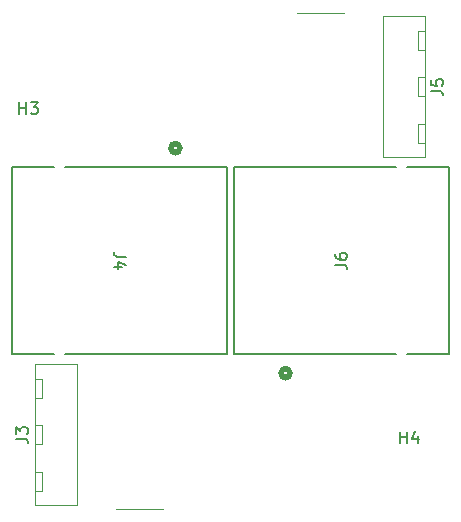
<source format=gbr>
%TF.GenerationSoftware,KiCad,Pcbnew,9.0.0*%
%TF.CreationDate,2025-03-17T17:34:53-07:00*%
%TF.ProjectId,Motor_Joint_Splitter,4d6f746f-725f-44a6-9f69-6e745f53706c,rev?*%
%TF.SameCoordinates,Original*%
%TF.FileFunction,Legend,Top*%
%TF.FilePolarity,Positive*%
%FSLAX46Y46*%
G04 Gerber Fmt 4.6, Leading zero omitted, Abs format (unit mm)*
G04 Created by KiCad (PCBNEW 9.0.0) date 2025-03-17 17:34:53*
%MOMM*%
%LPD*%
G01*
G04 APERTURE LIST*
%ADD10C,0.150000*%
%ADD11C,0.120000*%
%ADD12C,0.152400*%
%ADD13C,0.508000*%
G04 APERTURE END LIST*
D10*
X183238095Y-97604819D02*
X183238095Y-96604819D01*
X183238095Y-97081009D02*
X183809523Y-97081009D01*
X183809523Y-97604819D02*
X183809523Y-96604819D01*
X184714285Y-96938152D02*
X184714285Y-97604819D01*
X184476190Y-96557200D02*
X184238095Y-97271485D01*
X184238095Y-97271485D02*
X184857142Y-97271485D01*
X150988095Y-69704819D02*
X150988095Y-68704819D01*
X150988095Y-69181009D02*
X151559523Y-69181009D01*
X151559523Y-69704819D02*
X151559523Y-68704819D01*
X151940476Y-68704819D02*
X152559523Y-68704819D01*
X152559523Y-68704819D02*
X152226190Y-69085771D01*
X152226190Y-69085771D02*
X152369047Y-69085771D01*
X152369047Y-69085771D02*
X152464285Y-69133390D01*
X152464285Y-69133390D02*
X152511904Y-69181009D01*
X152511904Y-69181009D02*
X152559523Y-69276247D01*
X152559523Y-69276247D02*
X152559523Y-69514342D01*
X152559523Y-69514342D02*
X152511904Y-69609580D01*
X152511904Y-69609580D02*
X152464285Y-69657200D01*
X152464285Y-69657200D02*
X152369047Y-69704819D01*
X152369047Y-69704819D02*
X152083333Y-69704819D01*
X152083333Y-69704819D02*
X151988095Y-69657200D01*
X151988095Y-69657200D02*
X151940476Y-69609580D01*
X185864819Y-67755633D02*
X186579104Y-67755633D01*
X186579104Y-67755633D02*
X186721961Y-67803252D01*
X186721961Y-67803252D02*
X186817200Y-67898490D01*
X186817200Y-67898490D02*
X186864819Y-68041347D01*
X186864819Y-68041347D02*
X186864819Y-68136585D01*
X185864819Y-66803252D02*
X185864819Y-67279442D01*
X185864819Y-67279442D02*
X186341009Y-67327061D01*
X186341009Y-67327061D02*
X186293390Y-67279442D01*
X186293390Y-67279442D02*
X186245771Y-67184204D01*
X186245771Y-67184204D02*
X186245771Y-66946109D01*
X186245771Y-66946109D02*
X186293390Y-66850871D01*
X186293390Y-66850871D02*
X186341009Y-66803252D01*
X186341009Y-66803252D02*
X186436247Y-66755633D01*
X186436247Y-66755633D02*
X186674342Y-66755633D01*
X186674342Y-66755633D02*
X186769580Y-66803252D01*
X186769580Y-66803252D02*
X186817200Y-66850871D01*
X186817200Y-66850871D02*
X186864819Y-66946109D01*
X186864819Y-66946109D02*
X186864819Y-67184204D01*
X186864819Y-67184204D02*
X186817200Y-67279442D01*
X186817200Y-67279442D02*
X186769580Y-67327061D01*
X177731419Y-82470633D02*
X178445704Y-82470633D01*
X178445704Y-82470633D02*
X178588561Y-82518252D01*
X178588561Y-82518252D02*
X178683800Y-82613490D01*
X178683800Y-82613490D02*
X178731419Y-82756347D01*
X178731419Y-82756347D02*
X178731419Y-82851585D01*
X177731419Y-81565871D02*
X177731419Y-81756347D01*
X177731419Y-81756347D02*
X177779038Y-81851585D01*
X177779038Y-81851585D02*
X177826657Y-81899204D01*
X177826657Y-81899204D02*
X177969514Y-81994442D01*
X177969514Y-81994442D02*
X178159990Y-82042061D01*
X178159990Y-82042061D02*
X178540942Y-82042061D01*
X178540942Y-82042061D02*
X178636180Y-81994442D01*
X178636180Y-81994442D02*
X178683800Y-81946823D01*
X178683800Y-81946823D02*
X178731419Y-81851585D01*
X178731419Y-81851585D02*
X178731419Y-81661109D01*
X178731419Y-81661109D02*
X178683800Y-81565871D01*
X178683800Y-81565871D02*
X178636180Y-81518252D01*
X178636180Y-81518252D02*
X178540942Y-81470633D01*
X178540942Y-81470633D02*
X178302847Y-81470633D01*
X178302847Y-81470633D02*
X178207609Y-81518252D01*
X178207609Y-81518252D02*
X178159990Y-81565871D01*
X178159990Y-81565871D02*
X178112371Y-81661109D01*
X178112371Y-81661109D02*
X178112371Y-81851585D01*
X178112371Y-81851585D02*
X178159990Y-81946823D01*
X178159990Y-81946823D02*
X178207609Y-81994442D01*
X178207609Y-81994442D02*
X178302847Y-82042061D01*
X150699819Y-97215633D02*
X151414104Y-97215633D01*
X151414104Y-97215633D02*
X151556961Y-97263252D01*
X151556961Y-97263252D02*
X151652200Y-97358490D01*
X151652200Y-97358490D02*
X151699819Y-97501347D01*
X151699819Y-97501347D02*
X151699819Y-97596585D01*
X150699819Y-96834680D02*
X150699819Y-96215633D01*
X150699819Y-96215633D02*
X151080771Y-96548966D01*
X151080771Y-96548966D02*
X151080771Y-96406109D01*
X151080771Y-96406109D02*
X151128390Y-96310871D01*
X151128390Y-96310871D02*
X151176009Y-96263252D01*
X151176009Y-96263252D02*
X151271247Y-96215633D01*
X151271247Y-96215633D02*
X151509342Y-96215633D01*
X151509342Y-96215633D02*
X151604580Y-96263252D01*
X151604580Y-96263252D02*
X151652200Y-96310871D01*
X151652200Y-96310871D02*
X151699819Y-96406109D01*
X151699819Y-96406109D02*
X151699819Y-96691823D01*
X151699819Y-96691823D02*
X151652200Y-96787061D01*
X151652200Y-96787061D02*
X151604580Y-96834680D01*
X160001180Y-81801666D02*
X159286895Y-81801666D01*
X159286895Y-81801666D02*
X159144038Y-81754047D01*
X159144038Y-81754047D02*
X159048800Y-81658809D01*
X159048800Y-81658809D02*
X159001180Y-81515952D01*
X159001180Y-81515952D02*
X159001180Y-81420714D01*
X159667847Y-82706428D02*
X159001180Y-82706428D01*
X160048800Y-82468333D02*
X159334514Y-82230238D01*
X159334514Y-82230238D02*
X159334514Y-82849285D01*
D11*
%TO.C,J5*%
X178500000Y-61157300D02*
X174500000Y-61157300D01*
X181800000Y-61447300D02*
X185320000Y-61447300D01*
X181800000Y-73397300D02*
X181800000Y-61447300D01*
X184720000Y-62662300D02*
X184720000Y-64262300D01*
X184720000Y-64262300D02*
X185320000Y-64262300D01*
X184720000Y-66622300D02*
X184720000Y-68222300D01*
X184720000Y-68222300D02*
X185320000Y-68222300D01*
X184720000Y-70582300D02*
X184720000Y-72182300D01*
X184720000Y-72182300D02*
X185320000Y-72182300D01*
X185320000Y-61447300D02*
X185320000Y-73397300D01*
X185320000Y-62662300D02*
X184720000Y-62662300D01*
X185320000Y-66622300D02*
X184720000Y-66622300D01*
X185320000Y-70582300D02*
X184720000Y-70582300D01*
X185320000Y-73397300D02*
X181800000Y-73397300D01*
D12*
%TO.C,J6*%
X169183400Y-74237900D02*
X169183400Y-90036700D01*
X169183400Y-90036700D02*
X182870928Y-90036700D01*
X182870928Y-74237900D02*
X169183400Y-74237900D01*
X183842272Y-90036700D02*
X187369800Y-90036700D01*
X187369800Y-74237900D02*
X183842272Y-74237900D01*
X187369800Y-90036700D02*
X187369800Y-74237900D01*
D13*
X173907600Y-91662300D02*
G75*
G02*
X173145600Y-91662300I-381000J0D01*
G01*
X173145600Y-91662300D02*
G75*
G02*
X173907600Y-91662300I381000J0D01*
G01*
D11*
%TO.C,J3*%
X152335000Y-90907300D02*
X155855000Y-90907300D01*
X152335000Y-93722300D02*
X152935000Y-93722300D01*
X152335000Y-97682300D02*
X152935000Y-97682300D01*
X152335000Y-101642300D02*
X152935000Y-101642300D01*
X152335000Y-102857300D02*
X152335000Y-90907300D01*
X152935000Y-92122300D02*
X152335000Y-92122300D01*
X152935000Y-93722300D02*
X152935000Y-92122300D01*
X152935000Y-96082300D02*
X152335000Y-96082300D01*
X152935000Y-97682300D02*
X152935000Y-96082300D01*
X152935000Y-100042300D02*
X152335000Y-100042300D01*
X152935000Y-101642300D02*
X152935000Y-100042300D01*
X155855000Y-90907300D02*
X155855000Y-102857300D01*
X155855000Y-102857300D02*
X152335000Y-102857300D01*
X159155000Y-103147300D02*
X163155000Y-103147300D01*
D12*
%TO.C,J4*%
X150362800Y-74235600D02*
X150362800Y-90034400D01*
X150362800Y-90034400D02*
X153890328Y-90034400D01*
X153890328Y-74235600D02*
X150362800Y-74235600D01*
X154861672Y-90034400D02*
X168549200Y-90034400D01*
X168549200Y-74235600D02*
X154861672Y-74235600D01*
X168549200Y-90034400D02*
X168549200Y-74235600D01*
D13*
X164587000Y-72610000D02*
G75*
G02*
X163825000Y-72610000I-381000J0D01*
G01*
X163825000Y-72610000D02*
G75*
G02*
X164587000Y-72610000I381000J0D01*
G01*
%TD*%
M02*

</source>
